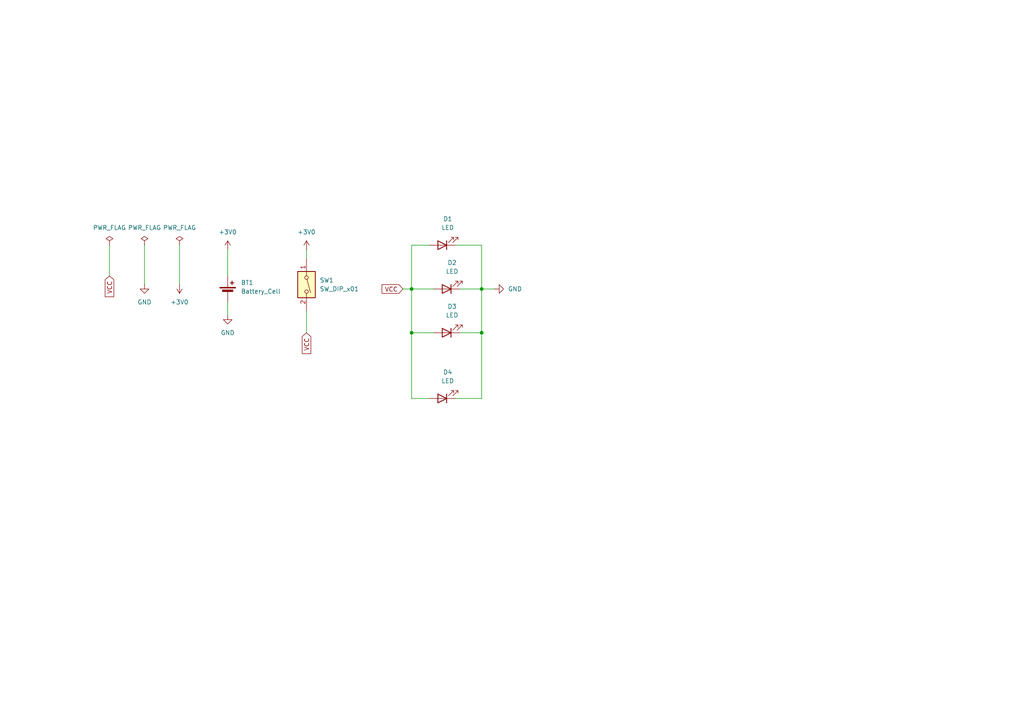
<source format=kicad_sch>
(kicad_sch (version 20250114) (generator "eeschema") (generator_version "9.0")
  (paper "A4")
  (lib_symbols
    (symbol "Device:Battery_Cell" (pin_numbers (hide yes)) (pin_names (offset 0) (hide yes))
      (property "Reference" "BT" (at 2.54 2.54 0))
      (property "Value" "Battery_Cell" (at 2.54 0 0))
      (symbol "Battery_Cell_0_1"
        (rectangle (start -2.286 1.778) (end 2.286 1.524) (fill (type outline)))
        (rectangle (start -1.524 1.016) (end 1.524 0.508) (fill (type outline)))
        (polyline (pts (xy 0 1.778) (xy 0 2.54)))
        (polyline (pts (xy 0 0.762) (xy 0 0)))
        (polyline (pts (xy 0.762 3.048) (xy 1.778 3.048)) (stroke (width 0.254)))
        (polyline (pts (xy 1.27 3.556) (xy 1.27 2.54)) (stroke (width 0.254)))
      )
      (symbol "Battery_Cell_1_1"
        (pin passive line (at 0 5.08 270) (length 2.54) (name "+") (number "1"))
        (pin passive line (at 0 -2.54 90) (length 2.54) (name "-") (number "2"))
      )
    )
    (symbol "Device:LED" (pin_numbers (hide yes)) (pin_names (offset 1.016) (hide yes))
      (property "Reference" "D" (at 0 2.54 0))
      (property "Value" "LED" (at 0 -2.54 0))
      (symbol "LED_0_1"
        (polyline (pts (xy -3.048 -0.762) (xy -4.572 -2.286) (xy -3.81 -2.286) (xy -4.572 -2.286) (xy -4.572 -1.524)))
        (polyline (pts (xy -1.778 -0.762) (xy -3.302 -2.286) (xy -2.54 -2.286) (xy -3.302 -2.286) (xy -3.302 -1.524)))
        (polyline (pts (xy -1.27 0) (xy 1.27 0)))
        (polyline (pts (xy -1.27 -1.27) (xy -1.27 1.27)) (stroke (width 0.254)))
        (polyline (pts (xy 1.27 -1.27) (xy 1.27 1.27) (xy -1.27 0) (xy 1.27 -1.27)) (stroke (width 0.254)))
      )
      (symbol "LED_1_1"
        (pin passive line (at -3.81 0 0) (length 2.54) (name "K") (number "1"))
        (pin passive line (at 3.81 0 180) (length 2.54) (name "A") (number "2"))
      )
    )
    (symbol "Switch:SW_DIP_x01" (pin_names (offset 0) (hide yes))
      (property "Reference" "SW" (at 0 3.81 0))
      (property "Value" "SW_DIP_x01" (at 0 -3.81 0))
      (symbol "SW_DIP_x01_0_0"
        (circle (center -2.032 0) (radius 0.508))
        (polyline (pts (xy -1.524 0.127) (xy 2.3622 1.1684)))
        (circle (center 2.032 0) (radius 0.508))
      )
      (symbol "SW_DIP_x01_0_1"
        (rectangle (start -3.81 2.54) (end 3.81 -2.54) (stroke (width 0.254)) (fill (type background)))
      )
      (symbol "SW_DIP_x01_1_1"
        (pin passive line (at -7.62 0 0) (length 5.08) (name "~") (number "1"))
        (pin passive line (at 7.62 0 180) (length 5.08) (name "~") (number "2"))
      )
    )
    (symbol "power:+3V0" (power) (pin_numbers (hide yes)) (pin_names (offset 0) (hide yes))
      (property "Value" "+3V0" (at 0 3.556 0))
      (symbol "+3V0_0_1"
        (polyline (pts (xy -0.762 1.27) (xy 0 2.54)))
        (polyline (pts (xy 0 2.54) (xy 0.762 1.27)))
        (polyline (pts (xy 0 0) (xy 0 2.54)))
      )
      (symbol "+3V0_1_1"
        (pin power_in line (at 0 0 90) (length 0) (name "~") (number "1"))
      )
    )
    (symbol "power:GND" (power) (pin_numbers (hide yes)) (pin_names (offset 0) (hide yes))
      (property "Value" "GND" (at 0 -3.81 0))
      (symbol "GND_0_1"
        (polyline (pts (xy 0 0) (xy 0 -1.27) (xy 1.27 -1.27) (xy 0 -2.54) (xy -1.27 -1.27) (xy 0 -1.27)))
      )
      (symbol "GND_1_1"
        (pin power_in line (at 0 0 270) (length 0) (name "~") (number "1"))
      )
    )
    (symbol "power:PWR_FLAG" (power) (pin_numbers (hide yes)) (pin_names (offset 0) (hide yes))
      (property "Value" "PWR_FLAG" (at 0 3.81 0))
      (symbol "PWR_FLAG_0_0"
        (pin power_out line (at 0 0 90) (length 0) (name "~") (number "1"))
      )
      (symbol "PWR_FLAG_0_1"
        (polyline (pts (xy 0 0) (xy 0 1.27) (xy -1.016 1.905) (xy 0 2.54) (xy 1.016 1.905) (xy 0 1.27)))
      )
    )
  )
  (junction (at 119.38 83.82))
  (junction (at 119.38 96.52))
  (junction (at 139.7 83.82))
  (junction (at 139.7 96.52))
  (wire (pts (xy 139.7 115.57) (xy 139.7 96.52)))
  (wire (pts (xy 139.7 83.82) (xy 143.51 83.82)))
  (wire (pts (xy 119.38 96.52) (xy 119.38 115.57)))
  (wire (pts (xy 52.07 71.12) (xy 52.07 82.55)))
  (wire (pts (xy 119.38 71.12) (xy 124.46 71.12)))
  (wire (pts (xy 132.08 115.57) (xy 139.7 115.57)))
  (wire (pts (xy 133.35 96.52) (xy 139.7 96.52)))
  (wire (pts (xy 116.84 83.82) (xy 119.38 83.82)))
  (wire (pts (xy 119.38 96.52) (xy 125.73 96.52)))
  (wire (pts (xy 88.9 72.39) (xy 88.9 74.93)))
  (wire (pts (xy 119.38 83.82) (xy 125.73 83.82)))
  (wire (pts (xy 139.7 83.82) (xy 139.7 96.52)))
  (wire (pts (xy 41.91 71.12) (xy 41.91 82.55)))
  (wire (pts (xy 119.38 115.57) (xy 124.46 115.57)))
  (wire (pts (xy 119.38 83.82) (xy 119.38 71.12)))
  (wire (pts (xy 88.9 90.17) (xy 88.9 96.52)))
  (wire (pts (xy 133.35 83.82) (xy 139.7 83.82)))
  (wire (pts (xy 132.08 71.12) (xy 139.7 71.12)))
  (wire (pts (xy 139.7 71.12) (xy 139.7 83.82)))
  (wire (pts (xy 66.04 72.39) (xy 66.04 80.01)))
  (wire (pts (xy 31.75 71.12) (xy 31.75 80.01)))
  (wire (pts (xy 66.04 87.63) (xy 66.04 91.44)))
  (wire (pts (xy 119.38 83.82) (xy 119.38 96.52)))
  (global_label "VCC" (shape input) (at 116.84 83.82 180) (property "Intersheetrefs" "${INTERSHEET_REFS}" (effects (hide yes))))
  (global_label "VCC" (shape input) (at 88.9 96.52 270) (property "Intersheetrefs" "${INTERSHEET_REFS}" (effects (hide yes))))
  (global_label "VCC" (shape input) (at 31.75 80.01 270) (property "Intersheetrefs" "${INTERSHEET_REFS}" (effects (hide yes))))
  (symbol (lib_id "Device:LED") (at 129.54 83.82 180) (unit 1)
    (property "Reference" "D2" (at 131.1275 76.2 0))
    (property "Value" "LED" (at 131.1275 78.74 0))
    (property "Footprint" "blinkyparts:5mm_SMD-Pad" (effects (hide yes)))
    (property "Description" "Light emitting diode" (effects (hide yes)))
    (property "Sim.Pins" "1=K 2=A" (effects (hide yes)))
  )
  (symbol (lib_id "Device:LED") (at 128.27 71.12 180) (unit 1)
    (property "Reference" "D1" (at 129.8575 63.5 0))
    (property "Value" "LED" (at 129.8575 66.04 0))
    (property "Footprint" "blinkyparts:5mm_SMD-Pad" (effects (hide yes)))
    (property "Description" "Light emitting diode" (effects (hide yes)))
    (property "Sim.Pins" "1=K 2=A" (effects (hide yes)))
  )
  (symbol (lib_id "Device:LED") (at 129.54 96.52 180) (unit 1)
    (property "Reference" "D3" (at 131.1275 88.9 0))
    (property "Value" "LED" (at 131.1275 91.44 0))
    (property "Footprint" "blinkyparts:5mm_SMD-Pad" (effects (hide yes)))
    (property "Description" "Light emitting diode" (effects (hide yes)))
    (property "Sim.Pins" "1=K 2=A" (effects (hide yes)))
  )
  (symbol (lib_id "power:+3V0") (at 52.07 82.55 180) (unit 1)
    (property "Reference" "#PWR05" (effects (hide yes)))
    (property "Value" "+3V0" (at 52.07 87.63 0))
    (property "Description" "Power symbol creates a global label with name \"+3V0\"" (effects (hide yes)))
  )
  (symbol (lib_id "power:GND") (at 66.04 91.44 0) (unit 1)
    (property "Reference" "#PWR01" (effects (hide yes)))
    (property "Value" "GND" (at 66.04 96.52 0))
    (property "Description" "Power symbol creates a global label with name \"GND\" , ground" (effects (hide yes)))
  )
  (symbol (lib_id "Device:LED") (at 128.27 115.57 180) (unit 1)
    (property "Reference" "D4" (at 129.8575 107.95 0))
    (property "Value" "LED" (at 129.8575 110.49 0))
    (property "Footprint" "blinkyparts:5mm_SMD-Pad" (effects (hide yes)))
    (property "Description" "Light emitting diode" (effects (hide yes)))
    (property "Sim.Pins" "1=K 2=A" (effects (hide yes)))
  )
  (symbol (lib_id "power:+3V0") (at 88.9 72.39 0) (unit 1)
    (property "Reference" "#PWR03" (effects (hide yes)))
    (property "Value" "+3V0" (at 88.9 67.31 0))
    (property "Description" "Power symbol creates a global label with name \"+3V0\"" (effects (hide yes)))
  )
  (symbol (lib_id "power:PWR_FLAG") (at 52.07 71.12 0) (unit 1)
    (property "Reference" "#FLG03" (effects (hide yes)))
    (property "Value" "PWR_FLAG" (at 52.07 66.04 0))
    (property "Description" "Special symbol for telling ERC where power comes from" (effects (hide yes)))
  )
  (symbol (lib_id "Switch:SW_DIP_x01") (at 88.9 82.55 270) (unit 1)
    (property "Reference" "SW1" (at 92.71 81.2799 90) (effects (justify left)))
    (property "Value" "SW_DIP_x01" (at 92.71 83.8199 90) (effects (justify left)))
    (property "Footprint" "blinkyparts:Push_Button" (effects (hide yes)))
    (property "Description" "1x DIP Switch, Single Pole Single Throw (SPST) switch, small symbol" (effects (hide yes)))
  )
  (symbol (lib_id "power:GND") (at 41.91 82.55 0) (unit 1)
    (property "Reference" "#PWR04" (effects (hide yes)))
    (property "Value" "GND" (at 41.91 87.63 0))
    (property "Description" "Power symbol creates a global label with name \"GND\" , ground" (effects (hide yes)))
  )
  (symbol (lib_id "power:PWR_FLAG") (at 31.75 71.12 0) (unit 1)
    (property "Reference" "#FLG01" (effects (hide yes)))
    (property "Value" "PWR_FLAG" (at 31.75 66.04 0))
    (property "Description" "Special symbol for telling ERC where power comes from" (effects (hide yes)))
  )
  (symbol (lib_id "Device:Battery_Cell") (at 66.04 85.09 0) (unit 1)
    (property "Reference" "BT1" (at 69.85 81.9784 0) (effects (justify left)))
    (property "Value" "Battery_Cell" (at 69.85 84.5184 0) (effects (justify left)))
    (property "Footprint" "Battery:BatteryHolder_Keystone_1060_1x2032" (effects (hide yes)))
    (property "Description" "Single-cell battery" (effects (hide yes)))
  )
  (symbol (lib_id "power:PWR_FLAG") (at 41.91 71.12 0) (unit 1)
    (property "Reference" "#FLG02" (effects (hide yes)))
    (property "Value" "PWR_FLAG" (at 41.91 66.04 0))
    (property "Description" "Special symbol for telling ERC where power comes from" (effects (hide yes)))
  )
  (symbol (lib_id "power:+3V0") (at 66.04 72.39 0) (unit 1)
    (property "Reference" "#PWR02" (effects (hide yes)))
    (property "Value" "+3V0" (at 66.04 67.31 0))
    (property "Description" "Power symbol creates a global label with name \"+3V0\"" (effects (hide yes)))
  )
  (symbol (lib_id "power:GND") (at 143.51 83.82 90) (unit 1)
    (property "Reference" "#PWR06" (effects (hide yes)))
    (property "Value" "GND" (at 147.32 83.8199 90) (effects (justify right)))
    (property "Description" "Power symbol creates a global label with name \"GND\" , ground" (effects (hide yes)))
  )
)
</source>
